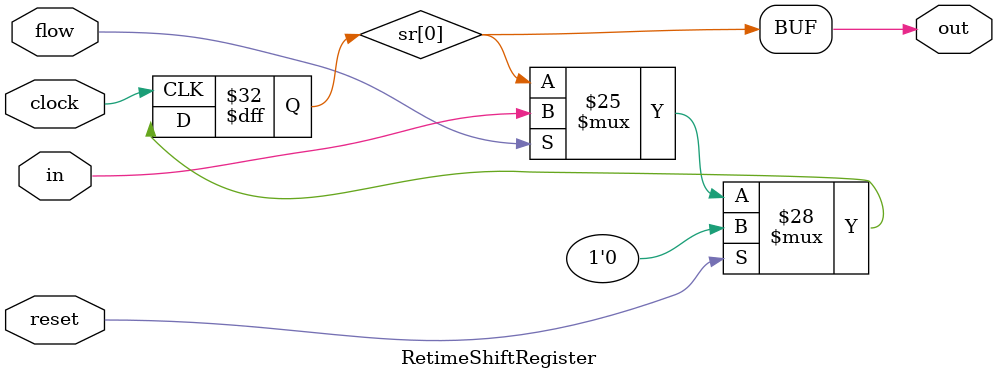
<source format=sv>
module RetimeShiftRegister
#(
    parameter WIDTH = 1,
    parameter STAGES = 1)
(
    input clock,
    input reset,
    input [WIDTH-1:0] in,
    input flow,
    output logic [WIDTH-1:0] out
);

	reg [WIDTH-1:0] sr[STAGES]; // Create 'STAGES' number of register, each 'WIDTH' bits wide

   /* synopsys dc_tcl_script_begin
    set_ungroup [current_design] true
    set_flatten true -effort high -phase true -design [current_design]
    set_dont_retime [current_design] false
    set_optimize_registers true -design [current_design]
    */
	always @(posedge clock) begin
    if (reset) begin
      for(int i=0; i<STAGES; i++) begin
        sr[i] <= {WIDTH{1'b0}};
      end
    end else begin
      if (flow) begin
        sr[0] <= in;
        for(int i=1; i<STAGES; i++) begin
          sr[i] <= sr[i-1];
        end
      end
    end
	end

  always @(*) begin
    out <= sr[STAGES-1];
  end
endmodule


</source>
